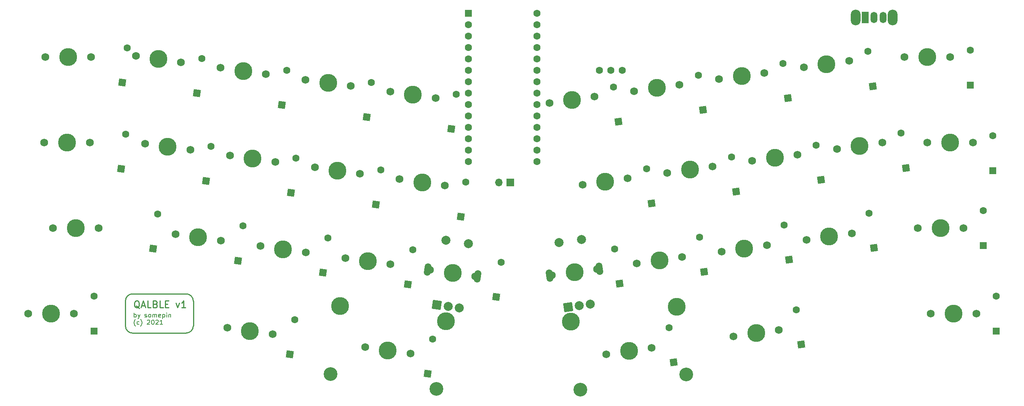
<source format=gbr>
%TF.GenerationSoftware,KiCad,Pcbnew,(6.0.1)*%
%TF.CreationDate,2022-01-24T11:33:19-05:00*%
%TF.ProjectId,QALBLE,51414c42-4c45-42e6-9b69-6361645f7063,rev?*%
%TF.SameCoordinates,Original*%
%TF.FileFunction,Soldermask,Top*%
%TF.FilePolarity,Negative*%
%FSLAX46Y46*%
G04 Gerber Fmt 4.6, Leading zero omitted, Abs format (unit mm)*
G04 Created by KiCad (PCBNEW (6.0.1)) date 2022-01-24 11:33:19*
%MOMM*%
%LPD*%
G01*
G04 APERTURE LIST*
G04 Aperture macros list*
%AMHorizOval*
0 Thick line with rounded ends*
0 $1 width*
0 $2 $3 position (X,Y) of the first rounded end (center of the circle)*
0 $4 $5 position (X,Y) of the second rounded end (center of the circle)*
0 Add line between two ends*
20,1,$1,$2,$3,$4,$5,0*
0 Add two circle primitives to create the rounded ends*
1,1,$1,$2,$3*
1,1,$1,$4,$5*%
%AMRotRect*
0 Rectangle, with rotation*
0 The origin of the aperture is its center*
0 $1 length*
0 $2 width*
0 $3 Rotation angle, in degrees counterclockwise*
0 Add horizontal line*
21,1,$1,$2,0,0,$3*%
G04 Aperture macros list end*
%ADD10C,0.250000*%
%ADD11C,0.180000*%
%ADD12RotRect,1.600000X1.600000X262.000000*%
%ADD13C,1.600000*%
%ADD14C,1.750000*%
%ADD15C,3.987800*%
%ADD16C,3.048000*%
%ADD17R,1.600000X1.600000*%
%ADD18RotRect,1.600000X1.600000X278.000000*%
%ADD19HorizOval,1.500000X-0.090463X0.643674X0.090463X-0.643674X0*%
%ADD20RotRect,2.000000X2.000000X98.000000*%
%ADD21C,2.000000*%
%ADD22HorizOval,1.500000X0.090463X0.643674X-0.090463X-0.643674X0*%
%ADD23RotRect,2.000000X2.000000X82.000000*%
%ADD24O,2.200000X3.500000*%
%ADD25R,1.500000X2.500000*%
%ADD26O,1.500000X2.500000*%
%ADD27R,1.700000X1.700000*%
%ADD28O,1.700000X1.700000*%
G04 APERTURE END LIST*
D10*
X107715878Y-92104357D02*
G75*
G03*
X106128371Y-93691856I-4J-1587503D01*
G01*
X106128377Y-93691861D02*
X106128380Y-99248109D01*
X107715876Y-100835607D02*
X119622128Y-100835607D01*
X119622127Y-92104356D02*
X107715878Y-92104357D01*
X119622128Y-100835612D02*
G75*
G03*
X121209627Y-99248111I-1J1587500D01*
G01*
X121209627Y-99248111D02*
X121209626Y-93691862D01*
X121209631Y-93691862D02*
G75*
G03*
X119622127Y-92104356I-1587505J1D01*
G01*
X106128382Y-99248113D02*
G75*
G03*
X107715876Y-100835607I1587494J0D01*
G01*
D11*
X108070972Y-97307987D02*
X108070972Y-96307987D01*
X108070972Y-96688940D02*
X108166210Y-96641321D01*
X108356686Y-96641321D01*
X108451924Y-96688940D01*
X108499543Y-96736559D01*
X108547162Y-96831797D01*
X108547162Y-97117511D01*
X108499543Y-97212749D01*
X108451924Y-97260368D01*
X108356686Y-97307987D01*
X108166210Y-97307987D01*
X108070972Y-97260368D01*
X108880496Y-96641321D02*
X109118591Y-97307987D01*
X109356686Y-96641321D02*
X109118591Y-97307987D01*
X109023353Y-97546083D01*
X108975734Y-97593702D01*
X108880496Y-97641321D01*
X110451924Y-97260368D02*
X110547162Y-97307987D01*
X110737638Y-97307987D01*
X110832877Y-97260368D01*
X110880496Y-97165130D01*
X110880496Y-97117511D01*
X110832877Y-97022273D01*
X110737638Y-96974654D01*
X110594781Y-96974654D01*
X110499543Y-96927035D01*
X110451924Y-96831797D01*
X110451924Y-96784178D01*
X110499543Y-96688940D01*
X110594781Y-96641321D01*
X110737638Y-96641321D01*
X110832877Y-96688940D01*
X111451924Y-97307987D02*
X111356686Y-97260368D01*
X111309067Y-97212749D01*
X111261448Y-97117511D01*
X111261448Y-96831797D01*
X111309067Y-96736559D01*
X111356686Y-96688940D01*
X111451924Y-96641321D01*
X111594781Y-96641321D01*
X111690019Y-96688940D01*
X111737638Y-96736559D01*
X111785257Y-96831797D01*
X111785257Y-97117511D01*
X111737638Y-97212749D01*
X111690019Y-97260368D01*
X111594781Y-97307987D01*
X111451924Y-97307987D01*
X112213829Y-97307987D02*
X112213829Y-96641321D01*
X112213829Y-96736559D02*
X112261448Y-96688940D01*
X112356686Y-96641321D01*
X112499543Y-96641321D01*
X112594781Y-96688940D01*
X112642400Y-96784178D01*
X112642400Y-97307987D01*
X112642400Y-96784178D02*
X112690019Y-96688940D01*
X112785257Y-96641321D01*
X112928115Y-96641321D01*
X113023353Y-96688940D01*
X113070972Y-96784178D01*
X113070972Y-97307987D01*
X113928115Y-97260368D02*
X113832877Y-97307987D01*
X113642400Y-97307987D01*
X113547162Y-97260368D01*
X113499543Y-97165130D01*
X113499543Y-96784178D01*
X113547162Y-96688940D01*
X113642400Y-96641321D01*
X113832877Y-96641321D01*
X113928115Y-96688940D01*
X113975734Y-96784178D01*
X113975734Y-96879416D01*
X113499543Y-96974654D01*
X114404305Y-96641321D02*
X114404305Y-97641321D01*
X114404305Y-96688940D02*
X114499543Y-96641321D01*
X114690019Y-96641321D01*
X114785257Y-96688940D01*
X114832877Y-96736559D01*
X114880496Y-96831797D01*
X114880496Y-97117511D01*
X114832877Y-97212749D01*
X114785257Y-97260368D01*
X114690019Y-97307987D01*
X114499543Y-97307987D01*
X114404305Y-97260368D01*
X115309067Y-97307987D02*
X115309067Y-96641321D01*
X115309067Y-96307987D02*
X115261448Y-96355607D01*
X115309067Y-96403226D01*
X115356686Y-96355607D01*
X115309067Y-96307987D01*
X115309067Y-96403226D01*
X115785257Y-96641321D02*
X115785257Y-97307987D01*
X115785257Y-96736559D02*
X115832877Y-96688940D01*
X115928115Y-96641321D01*
X116070972Y-96641321D01*
X116166210Y-96688940D01*
X116213829Y-96784178D01*
X116213829Y-97307987D01*
X108356686Y-99298940D02*
X108309067Y-99251321D01*
X108213829Y-99108464D01*
X108166210Y-99013226D01*
X108118591Y-98870368D01*
X108070972Y-98632273D01*
X108070972Y-98441797D01*
X108118591Y-98203702D01*
X108166210Y-98060845D01*
X108213829Y-97965607D01*
X108309067Y-97822749D01*
X108356686Y-97775130D01*
X109166210Y-98870368D02*
X109070972Y-98917987D01*
X108880496Y-98917987D01*
X108785257Y-98870368D01*
X108737638Y-98822749D01*
X108690019Y-98727511D01*
X108690019Y-98441797D01*
X108737638Y-98346559D01*
X108785257Y-98298940D01*
X108880496Y-98251321D01*
X109070972Y-98251321D01*
X109166210Y-98298940D01*
X109499543Y-99298940D02*
X109547162Y-99251321D01*
X109642400Y-99108464D01*
X109690019Y-99013226D01*
X109737638Y-98870368D01*
X109785257Y-98632273D01*
X109785257Y-98441797D01*
X109737638Y-98203702D01*
X109690019Y-98060845D01*
X109642400Y-97965607D01*
X109547162Y-97822749D01*
X109499543Y-97775130D01*
X110975734Y-98013226D02*
X111023353Y-97965607D01*
X111118591Y-97917987D01*
X111356686Y-97917987D01*
X111451924Y-97965607D01*
X111499543Y-98013226D01*
X111547162Y-98108464D01*
X111547162Y-98203702D01*
X111499543Y-98346559D01*
X110928115Y-98917987D01*
X111547162Y-98917987D01*
X112166210Y-97917987D02*
X112261448Y-97917987D01*
X112356686Y-97965607D01*
X112404305Y-98013226D01*
X112451924Y-98108464D01*
X112499543Y-98298940D01*
X112499543Y-98537035D01*
X112451924Y-98727511D01*
X112404305Y-98822749D01*
X112356686Y-98870368D01*
X112261448Y-98917987D01*
X112166210Y-98917987D01*
X112070972Y-98870368D01*
X112023353Y-98822749D01*
X111975734Y-98727511D01*
X111928115Y-98537035D01*
X111928115Y-98298940D01*
X111975734Y-98108464D01*
X112023353Y-98013226D01*
X112070972Y-97965607D01*
X112166210Y-97917987D01*
X112880496Y-98013226D02*
X112928115Y-97965607D01*
X113023353Y-97917987D01*
X113261448Y-97917987D01*
X113356686Y-97965607D01*
X113404305Y-98013226D01*
X113451924Y-98108464D01*
X113451924Y-98203702D01*
X113404305Y-98346559D01*
X112832877Y-98917987D01*
X113451924Y-98917987D01*
X114404305Y-98917987D02*
X113832877Y-98917987D01*
X114118591Y-98917987D02*
X114118591Y-97917987D01*
X114023353Y-98060845D01*
X113928115Y-98156083D01*
X113832877Y-98203702D01*
D10*
X109235520Y-95307035D02*
X109092663Y-95235607D01*
X108949806Y-95092749D01*
X108735520Y-94878464D01*
X108592663Y-94807035D01*
X108449806Y-94807035D01*
X108521235Y-95164178D02*
X108378378Y-95092749D01*
X108235520Y-94949892D01*
X108164092Y-94664178D01*
X108164092Y-94164178D01*
X108235520Y-93878464D01*
X108378378Y-93735607D01*
X108521235Y-93664178D01*
X108806949Y-93664178D01*
X108949806Y-93735607D01*
X109092663Y-93878464D01*
X109164092Y-94164178D01*
X109164092Y-94664178D01*
X109092663Y-94949892D01*
X108949806Y-95092749D01*
X108806949Y-95164178D01*
X108521235Y-95164178D01*
X109735520Y-94735607D02*
X110449806Y-94735607D01*
X109592663Y-95164178D02*
X110092663Y-93664178D01*
X110592663Y-95164178D01*
X111806949Y-95164178D02*
X111092663Y-95164178D01*
X111092663Y-93664178D01*
X112806949Y-94378464D02*
X113021235Y-94449892D01*
X113092663Y-94521321D01*
X113164092Y-94664178D01*
X113164092Y-94878464D01*
X113092663Y-95021321D01*
X113021235Y-95092749D01*
X112878378Y-95164178D01*
X112306949Y-95164178D01*
X112306949Y-93664178D01*
X112806949Y-93664178D01*
X112949806Y-93735607D01*
X113021235Y-93807035D01*
X113092663Y-93949892D01*
X113092663Y-94092749D01*
X113021235Y-94235607D01*
X112949806Y-94307035D01*
X112806949Y-94378464D01*
X112306949Y-94378464D01*
X114521235Y-95164178D02*
X113806949Y-95164178D01*
X113806949Y-93664178D01*
X115021235Y-94378464D02*
X115521235Y-94378464D01*
X115735520Y-95164178D02*
X115021235Y-95164178D01*
X115021235Y-93664178D01*
X115735520Y-93664178D01*
X117378378Y-94164178D02*
X117735520Y-95164178D01*
X118092663Y-94164178D01*
X119449806Y-95164178D02*
X118592663Y-95164178D01*
X119021235Y-95164178D02*
X119021235Y-93664178D01*
X118878378Y-93878464D01*
X118735520Y-94021321D01*
X118592663Y-94092749D01*
D12*
%TO.C,D21*%
X112238059Y-82045572D03*
D13*
X113323609Y-74321482D03*
%TD*%
D14*
%TO.C,MX18*%
X245469197Y-62502802D03*
X255530321Y-61088804D03*
D15*
X250499759Y-61795803D03*
%TD*%
D14*
%TO.C,MX20*%
X284372891Y-58369981D03*
D15*
X289452891Y-58369981D03*
D14*
X294532891Y-58369981D03*
%TD*%
D15*
%TO.C,MX26*%
X205989470Y-87288531D03*
D14*
X211020032Y-86581532D03*
X200958908Y-87995530D03*
%TD*%
%TO.C,MX17*%
X236665706Y-63740045D03*
D15*
X231635144Y-64447044D03*
D14*
X226604582Y-65154043D03*
%TD*%
D16*
%TO.C,MX34*%
X230835544Y-110087508D03*
D15*
X218073041Y-104827515D03*
D14*
X223103603Y-104120516D03*
D16*
X207254786Y-113401567D03*
D15*
X205133788Y-98309882D03*
X228714546Y-94995822D03*
D14*
X213042479Y-105534514D03*
%TD*%
%TO.C,MX10*%
X279324631Y-39319986D03*
X289484631Y-39319986D03*
D15*
X284404631Y-39319986D03*
%TD*%
D14*
%TO.C,MX13*%
X129359037Y-61270373D03*
X139420161Y-62684371D03*
D15*
X134389599Y-61977372D03*
%TD*%
D14*
%TO.C,MX2*%
X108426449Y-39091281D03*
D15*
X113457011Y-39798280D03*
D14*
X118487573Y-40505279D03*
%TD*%
D17*
%TO.C,D20*%
X298977878Y-64651235D03*
D13*
X298977878Y-56851235D03*
%TD*%
D14*
%TO.C,MX1*%
X98508375Y-39319987D03*
X88348375Y-39319987D03*
D15*
X93428375Y-39319987D03*
%TD*%
D18*
%TO.C,D9*%
X272303447Y-45837255D03*
D13*
X271217897Y-38113165D03*
%TD*%
D15*
%TO.C,MX3*%
X132324698Y-42449962D03*
D14*
X127294136Y-41742963D03*
X137355260Y-43156961D03*
%TD*%
%TO.C,MX4*%
X156219871Y-45808205D03*
D15*
X151189309Y-45101206D03*
D14*
X146158747Y-44394207D03*
%TD*%
D19*
%TO.C,EN2*%
X211534971Y-86509162D03*
X200443969Y-88067900D03*
D20*
X204557598Y-95063474D03*
D21*
X209508938Y-94367609D03*
X207033268Y-94715542D03*
X207490928Y-80008722D03*
X202539588Y-80704587D03*
%TD*%
D18*
%TO.C,D35*%
X256345009Y-103387061D03*
D13*
X255259459Y-95662971D03*
%TD*%
D12*
%TO.C,D12*%
X124070470Y-66939524D03*
D13*
X125156020Y-59215434D03*
%TD*%
D15*
%TO.C,MX8*%
X243132356Y-43594007D03*
D14*
X238101794Y-44301006D03*
X248162918Y-42887008D03*
%TD*%
%TO.C,MX32*%
X128772704Y-99662407D03*
X138833828Y-101076405D03*
D15*
X133803266Y-100369406D03*
%TD*%
D12*
%TO.C,D32*%
X142689708Y-105556633D03*
D13*
X143775258Y-97832543D03*
%TD*%
D18*
%TO.C,D19*%
X279670826Y-64039047D03*
D13*
X278585276Y-56314957D03*
%TD*%
D18*
%TO.C,D8*%
X253438822Y-48488498D03*
D13*
X252353272Y-40764408D03*
%TD*%
D12*
%TO.C,D4*%
X159734767Y-52714604D03*
D13*
X160820317Y-44990514D03*
%TD*%
D14*
%TO.C,MX16*%
X207739983Y-67805301D03*
X217801107Y-66391303D03*
D15*
X212770545Y-67098302D03*
%TD*%
D12*
%TO.C,D25*%
X188572324Y-92767803D03*
D13*
X189657874Y-85043713D03*
%TD*%
D12*
%TO.C,D15*%
X180664285Y-74893266D03*
D13*
X181749835Y-67169176D03*
%TD*%
D14*
%TO.C,MX24*%
X155004717Y-84111854D03*
X165065841Y-85525852D03*
D15*
X160035279Y-84818853D03*
%TD*%
D14*
%TO.C,MX31*%
X94698389Y-96469985D03*
D15*
X89618389Y-96469985D03*
D14*
X84538389Y-96469985D03*
%TD*%
D12*
%TO.C,D24*%
X168921693Y-90006093D03*
D13*
X170007243Y-82282003D03*
%TD*%
D18*
%TO.C,D6*%
X215709621Y-53790989D03*
D13*
X214624071Y-46066899D03*
%TD*%
D12*
%TO.C,D22*%
X131192498Y-84703596D03*
D13*
X132278048Y-76979506D03*
%TD*%
D14*
%TO.C,MX36*%
X295294882Y-96469983D03*
D15*
X290214882Y-96469983D03*
D14*
X285134882Y-96469983D03*
%TD*%
D22*
%TO.C,EN1*%
X184445382Y-88249471D03*
X173354380Y-86690733D03*
D23*
X175380413Y-94549180D03*
D21*
X180331753Y-95245045D03*
X177856083Y-94897113D03*
X182349763Y-80886158D03*
X177398423Y-80190293D03*
%TD*%
D17*
%TO.C,D30*%
X296882366Y-81319993D03*
D13*
X296882366Y-73519993D03*
%TD*%
D12*
%TO.C,D14*%
X161799690Y-72242016D03*
D13*
X162885240Y-64517926D03*
%TD*%
D12*
%TO.C,D33*%
X173344679Y-109864917D03*
D13*
X174430229Y-102140827D03*
%TD*%
D17*
%TO.C,U1*%
X182415631Y-29589984D03*
D13*
X182415631Y-32129984D03*
X182415631Y-34669984D03*
X182415631Y-37209984D03*
X182415631Y-39749984D03*
X182415631Y-42289984D03*
X182415631Y-44829984D03*
X182415631Y-47369984D03*
X182415631Y-49909984D03*
X182415631Y-52449984D03*
X182415631Y-54989984D03*
X182415631Y-57529984D03*
X182415631Y-60069984D03*
X182415631Y-62609984D03*
X197655631Y-62609984D03*
X197655631Y-60069984D03*
X197655631Y-57529984D03*
X197655631Y-54989984D03*
X197655631Y-52449984D03*
X197655631Y-49909984D03*
X197655631Y-47369984D03*
X197655631Y-44829984D03*
X197655631Y-42289984D03*
X197655631Y-39749984D03*
X197655631Y-37209984D03*
X197655631Y-34669984D03*
X197655631Y-32129984D03*
X197655631Y-29589984D03*
%TD*%
D14*
%TO.C,MX11*%
X88062619Y-58369987D03*
D15*
X93142619Y-58369987D03*
D14*
X98222619Y-58369987D03*
%TD*%
D15*
%TO.C,MX5*%
X170053902Y-47752456D03*
D14*
X165023340Y-47045457D03*
X175084464Y-48459455D03*
%TD*%
D18*
%TO.C,D26*%
X215964553Y-89824950D03*
D13*
X214879003Y-82100860D03*
%TD*%
D14*
%TO.C,MX22*%
X127336623Y-80223355D03*
X117275499Y-78809357D03*
D15*
X122306061Y-79516356D03*
%TD*%
D14*
%TO.C,MX28*%
X238688138Y-82693021D03*
D15*
X243718700Y-81986022D03*
D14*
X248749262Y-81279023D03*
%TD*%
D12*
%TO.C,D11*%
X105123671Y-64227020D03*
D13*
X106209221Y-56502930D03*
%TD*%
D12*
%TO.C,D1*%
X105416854Y-45031022D03*
D13*
X106502404Y-37306932D03*
%TD*%
D15*
%TO.C,MX30*%
X287357389Y-77419984D03*
D14*
X282277389Y-77419984D03*
X292437389Y-77419984D03*
%TD*%
%TO.C,MX25*%
X183930443Y-88177101D03*
X173869319Y-86763103D03*
D15*
X178899881Y-87470102D03*
%TD*%
D12*
%TO.C,D5*%
X178599386Y-55365840D03*
D13*
X179684936Y-47641750D03*
%TD*%
D14*
%TO.C,MX7*%
X229298310Y-45538246D03*
D15*
X224267748Y-46245245D03*
D14*
X219237186Y-46952244D03*
%TD*%
D18*
%TO.C,D7*%
X234574229Y-51139749D03*
D13*
X233488679Y-43415659D03*
%TD*%
D14*
%TO.C,MX12*%
X120555576Y-60033129D03*
X110494452Y-58619131D03*
D15*
X115525014Y-59326130D03*
%TD*%
D12*
%TO.C,D13*%
X142935069Y-69590767D03*
D13*
X144020619Y-61866677D03*
%TD*%
D15*
%TO.C,MX6*%
X205403127Y-48896496D03*
D14*
X210433689Y-48189497D03*
X200372565Y-49603495D03*
%TD*%
%TO.C,MX19*%
X274394922Y-58437557D03*
D15*
X269364360Y-59144556D03*
D14*
X264333798Y-59851555D03*
%TD*%
D15*
%TO.C,MX33*%
X177397506Y-98160047D03*
D14*
X169488815Y-105384679D03*
D16*
X151695750Y-109937673D03*
D14*
X159427691Y-103970681D03*
D16*
X175276508Y-113251732D03*
D15*
X153816748Y-94845987D03*
X164458253Y-104677680D03*
%TD*%
D14*
%TO.C,MX14*%
X148223651Y-63921634D03*
D15*
X153254213Y-64628633D03*
D14*
X158284775Y-65335632D03*
%TD*%
D18*
%TO.C,D16*%
X223077007Y-71992794D03*
D13*
X221991457Y-64268704D03*
%TD*%
D15*
%TO.C,MX15*%
X172118811Y-67279880D03*
D14*
X167088249Y-66572881D03*
X177149373Y-67986879D03*
%TD*%
D17*
%TO.C,D31*%
X99143382Y-100369989D03*
D13*
X99143382Y-92569989D03*
%TD*%
D18*
%TO.C,D18*%
X260806236Y-66690299D03*
D13*
X259720686Y-58966209D03*
%TD*%
D15*
%TO.C,MX27*%
X224854105Y-84637278D03*
D14*
X219823543Y-85344277D03*
X229884667Y-83930279D03*
%TD*%
%TO.C,MX9*%
X267027512Y-40235757D03*
X256966388Y-41649755D03*
D15*
X261996950Y-40942756D03*
%TD*%
D17*
%TO.C,D36*%
X299739872Y-100369983D03*
D13*
X299739872Y-92569983D03*
%TD*%
D15*
%TO.C,MX35*%
X246369931Y-100850634D03*
D14*
X251400493Y-100143635D03*
X241339369Y-101557633D03*
%TD*%
D18*
%TO.C,D17*%
X241941630Y-69341542D03*
D13*
X240856080Y-61617452D03*
%TD*%
D18*
%TO.C,D29*%
X272558358Y-81871209D03*
D13*
X271472808Y-74147119D03*
%TD*%
D14*
%TO.C,MX29*%
X267613880Y-78627781D03*
D15*
X262583318Y-79334780D03*
D14*
X257552756Y-80041779D03*
%TD*%
D18*
%TO.C,D34*%
X228048085Y-107363935D03*
D13*
X226962535Y-99639845D03*
%TD*%
D12*
%TO.C,D2*%
X122005567Y-47412111D03*
D13*
X123091117Y-39688021D03*
%TD*%
D14*
%TO.C,MX21*%
X89967641Y-77419981D03*
D15*
X95047641Y-77419981D03*
D14*
X100127641Y-77419981D03*
%TD*%
D12*
%TO.C,D23*%
X150057108Y-87354847D03*
D13*
X151142658Y-79630757D03*
%TD*%
D14*
%TO.C,MX23*%
X136140104Y-81460602D03*
X146201228Y-82874600D03*
D15*
X141170666Y-82167601D03*
%TD*%
D18*
%TO.C,D28*%
X253693755Y-84522449D03*
D13*
X252608205Y-76798359D03*
%TD*%
D12*
%TO.C,D3*%
X140870166Y-50063350D03*
D13*
X141955716Y-42339260D03*
%TD*%
D17*
%TO.C,D10*%
X293929636Y-45601230D03*
D13*
X293929636Y-37801230D03*
%TD*%
D18*
%TO.C,D27*%
X234829144Y-87173694D03*
D13*
X233743594Y-79449604D03*
%TD*%
D24*
%TO.C,SW1*%
X268486949Y-30588733D03*
X276686949Y-30588733D03*
D25*
X270586949Y-30588733D03*
D26*
X272586949Y-30588733D03*
X274586949Y-30588733D03*
%TD*%
D27*
%TO.C,J1*%
X191665183Y-67257437D03*
D28*
X189125183Y-67257437D03*
%TD*%
D13*
%TO.C,U2*%
X216625500Y-42289983D03*
X214085500Y-42289983D03*
X211545500Y-42289983D03*
%TD*%
M02*

</source>
